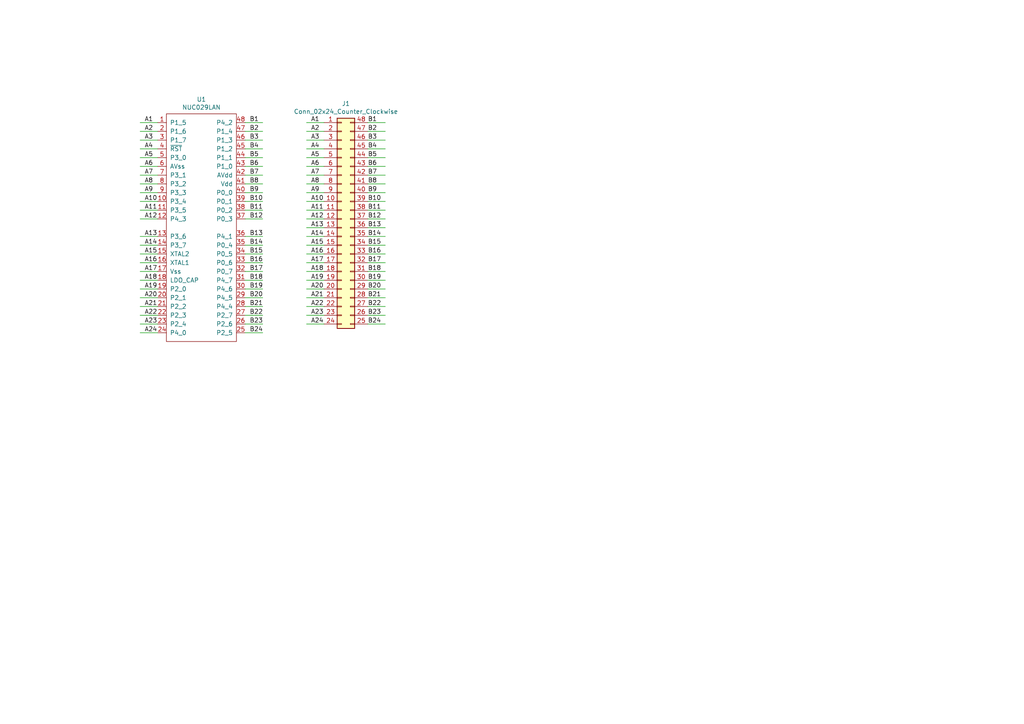
<source format=kicad_sch>
(kicad_sch (version 20211123) (generator eeschema)
  (paper "A4")
  (lib_symbols
    (symbol "Connector_Generic:Conn_02x24_Counter_Clockwise" (pin_names (offset 1.016) hide)
      (property "Reference" "J" (at 1.27 30.48 0))
      (property "Value" "Conn_02x24_Counter_Clockwise" (at 1.27 -33.02 0))
      (symbol "Conn_02x24_Counter_Clockwise_1_1"
        (rectangle (start -1.27 -30.353) (end 0 -30.607) (stroke (width 0.1524)))
        (rectangle (start -1.27 -27.813) (end 0 -28.067) (stroke (width 0.1524)))
        (rectangle (start -1.27 -25.273) (end 0 -25.527) (stroke (width 0.1524)))
        (rectangle (start -1.27 -22.733) (end 0 -22.987) (stroke (width 0.1524)))
        (rectangle (start -1.27 -20.193) (end 0 -20.447) (stroke (width 0.1524)))
        (rectangle (start -1.27 -17.653) (end 0 -17.907) (stroke (width 0.1524)))
        (rectangle (start -1.27 -15.113) (end 0 -15.367) (stroke (width 0.1524)))
        (rectangle (start -1.27 -12.573) (end 0 -12.827) (stroke (width 0.1524)))
        (rectangle (start -1.27 -10.033) (end 0 -10.287) (stroke (width 0.1524)))
        (rectangle (start -1.27 -7.493) (end 0 -7.747) (stroke (width 0.1524)))
        (rectangle (start -1.27 -4.953) (end 0 -5.207) (stroke (width 0.1524)))
        (rectangle (start -1.27 -2.413) (end 0 -2.667) (stroke (width 0.1524)))
        (rectangle (start -1.27 0.127) (end 0 -0.127) (stroke (width 0.1524)))
        (rectangle (start -1.27 2.667) (end 0 2.413) (stroke (width 0.1524)))
        (rectangle (start -1.27 5.207) (end 0 4.953) (stroke (width 0.1524)))
        (rectangle (start -1.27 7.747) (end 0 7.493) (stroke (width 0.1524)))
        (rectangle (start -1.27 10.287) (end 0 10.033) (stroke (width 0.1524)))
        (rectangle (start -1.27 12.827) (end 0 12.573) (stroke (width 0.1524)))
        (rectangle (start -1.27 15.367) (end 0 15.113) (stroke (width 0.1524)))
        (rectangle (start -1.27 17.907) (end 0 17.653) (stroke (width 0.1524)))
        (rectangle (start -1.27 20.447) (end 0 20.193) (stroke (width 0.1524)))
        (rectangle (start -1.27 22.987) (end 0 22.733) (stroke (width 0.1524)))
        (rectangle (start -1.27 25.527) (end 0 25.273) (stroke (width 0.1524)))
        (rectangle (start -1.27 28.067) (end 0 27.813) (stroke (width 0.1524)))
        (rectangle (start -1.27 29.21) (end 3.81 -31.75) (stroke (width 0.254)) (fill (type background)))
        (rectangle (start 3.81 -30.353) (end 2.54 -30.607) (stroke (width 0.1524)))
        (rectangle (start 3.81 -27.813) (end 2.54 -28.067) (stroke (width 0.1524)))
        (rectangle (start 3.81 -25.273) (end 2.54 -25.527) (stroke (width 0.1524)))
        (rectangle (start 3.81 -22.733) (end 2.54 -22.987) (stroke (width 0.1524)))
        (rectangle (start 3.81 -20.193) (end 2.54 -20.447) (stroke (width 0.1524)))
        (rectangle (start 3.81 -17.653) (end 2.54 -17.907) (stroke (width 0.1524)))
        (rectangle (start 3.81 -15.113) (end 2.54 -15.367) (stroke (width 0.1524)))
        (rectangle (start 3.81 -12.573) (end 2.54 -12.827) (stroke (width 0.1524)))
        (rectangle (start 3.81 -10.033) (end 2.54 -10.287) (stroke (width 0.1524)))
        (rectangle (start 3.81 -7.493) (end 2.54 -7.747) (stroke (width 0.1524)))
        (rectangle (start 3.81 -4.953) (end 2.54 -5.207) (stroke (width 0.1524)))
        (rectangle (start 3.81 -2.413) (end 2.54 -2.667) (stroke (width 0.1524)))
        (rectangle (start 3.81 0.127) (end 2.54 -0.127) (stroke (width 0.1524)))
        (rectangle (start 3.81 2.667) (end 2.54 2.413) (stroke (width 0.1524)))
        (rectangle (start 3.81 5.207) (end 2.54 4.953) (stroke (width 0.1524)))
        (rectangle (start 3.81 7.747) (end 2.54 7.493) (stroke (width 0.1524)))
        (rectangle (start 3.81 10.287) (end 2.54 10.033) (stroke (width 0.1524)))
        (rectangle (start 3.81 12.827) (end 2.54 12.573) (stroke (width 0.1524)))
        (rectangle (start 3.81 15.367) (end 2.54 15.113) (stroke (width 0.1524)))
        (rectangle (start 3.81 17.907) (end 2.54 17.653) (stroke (width 0.1524)))
        (rectangle (start 3.81 20.447) (end 2.54 20.193) (stroke (width 0.1524)))
        (rectangle (start 3.81 22.987) (end 2.54 22.733) (stroke (width 0.1524)))
        (rectangle (start 3.81 25.527) (end 2.54 25.273) (stroke (width 0.1524)))
        (rectangle (start 3.81 28.067) (end 2.54 27.813) (stroke (width 0.1524)))
        (pin passive line (at -5.08 27.94 0) (length 3.81) (name "Pin_1") (number "1"))
        (pin passive line (at -5.08 5.08 0) (length 3.81) (name "Pin_10") (number "10"))
        (pin passive line (at -5.08 2.54 0) (length 3.81) (name "Pin_11") (number "11"))
        (pin passive line (at -5.08 0 0) (length 3.81) (name "Pin_12") (number "12"))
        (pin passive line (at -5.08 -2.54 0) (length 3.81) (name "Pin_13") (number "13"))
        (pin passive line (at -5.08 -5.08 0) (length 3.81) (name "Pin_14") (number "14"))
        (pin passive line (at -5.08 -7.62 0) (length 3.81) (name "Pin_15") (number "15"))
        (pin passive line (at -5.08 -10.16 0) (length 3.81) (name "Pin_16") (number "16"))
        (pin passive line (at -5.08 -12.7 0) (length 3.81) (name "Pin_17") (number "17"))
        (pin passive line (at -5.08 -15.24 0) (length 3.81) (name "Pin_18") (number "18"))
        (pin passive line (at -5.08 -17.78 0) (length 3.81) (name "Pin_19") (number "19"))
        (pin passive line (at -5.08 25.4 0) (length 3.81) (name "Pin_2") (number "2"))
        (pin passive line (at -5.08 -20.32 0) (length 3.81) (name "Pin_20") (number "20"))
        (pin passive line (at -5.08 -22.86 0) (length 3.81) (name "Pin_21") (number "21"))
        (pin passive line (at -5.08 -25.4 0) (length 3.81) (name "Pin_22") (number "22"))
        (pin passive line (at -5.08 -27.94 0) (length 3.81) (name "Pin_23") (number "23"))
        (pin passive line (at -5.08 -30.48 0) (length 3.81) (name "Pin_24") (number "24"))
        (pin passive line (at 7.62 -30.48 180) (length 3.81) (name "Pin_25") (number "25"))
        (pin passive line (at 7.62 -27.94 180) (length 3.81) (name "Pin_26") (number "26"))
        (pin passive line (at 7.62 -25.4 180) (length 3.81) (name "Pin_27") (number "27"))
        (pin passive line (at 7.62 -22.86 180) (length 3.81) (name "Pin_28") (number "28"))
        (pin passive line (at 7.62 -20.32 180) (length 3.81) (name "Pin_29") (number "29"))
        (pin passive line (at -5.08 22.86 0) (length 3.81) (name "Pin_3") (number "3"))
        (pin passive line (at 7.62 -17.78 180) (length 3.81) (name "Pin_30") (number "30"))
        (pin passive line (at 7.62 -15.24 180) (length 3.81) (name "Pin_31") (number "31"))
        (pin passive line (at 7.62 -12.7 180) (length 3.81) (name "Pin_32") (number "32"))
        (pin passive line (at 7.62 -10.16 180) (length 3.81) (name "Pin_33") (number "33"))
        (pin passive line (at 7.62 -7.62 180) (length 3.81) (name "Pin_34") (number "34"))
        (pin passive line (at 7.62 -5.08 180) (length 3.81) (name "Pin_35") (number "35"))
        (pin passive line (at 7.62 -2.54 180) (length 3.81) (name "Pin_36") (number "36"))
        (pin passive line (at 7.62 0 180) (length 3.81) (name "Pin_37") (number "37"))
        (pin passive line (at 7.62 2.54 180) (length 3.81) (name "Pin_38") (number "38"))
        (pin passive line (at 7.62 5.08 180) (length 3.81) (name "Pin_39") (number "39"))
        (pin passive line (at -5.08 20.32 0) (length 3.81) (name "Pin_4") (number "4"))
        (pin passive line (at 7.62 7.62 180) (length 3.81) (name "Pin_40") (number "40"))
        (pin passive line (at 7.62 10.16 180) (length 3.81) (name "Pin_41") (number "41"))
        (pin passive line (at 7.62 12.7 180) (length 3.81) (name "Pin_42") (number "42"))
        (pin passive line (at 7.62 15.24 180) (length 3.81) (name "Pin_43") (number "43"))
        (pin passive line (at 7.62 17.78 180) (length 3.81) (name "Pin_44") (number "44"))
        (pin passive line (at 7.62 20.32 180) (length 3.81) (name "Pin_45") (number "45"))
        (pin passive line (at 7.62 22.86 180) (length 3.81) (name "Pin_46") (number "46"))
        (pin passive line (at 7.62 25.4 180) (length 3.81) (name "Pin_47") (number "47"))
        (pin passive line (at 7.62 27.94 180) (length 3.81) (name "Pin_48") (number "48"))
        (pin passive line (at -5.08 17.78 0) (length 3.81) (name "Pin_5") (number "5"))
        (pin passive line (at -5.08 15.24 0) (length 3.81) (name "Pin_6") (number "6"))
        (pin passive line (at -5.08 12.7 0) (length 3.81) (name "Pin_7") (number "7"))
        (pin passive line (at -5.08 10.16 0) (length 3.81) (name "Pin_8") (number "8"))
        (pin passive line (at -5.08 7.62 0) (length 3.81) (name "Pin_9") (number "9"))
      )
    )
    (symbol "LQFP48-Breakout-rescue:NUC029LAN-toyoshim" (pin_names (offset 1.016))
      (property "Reference" "U" (at 0 36.83 0))
      (property "Value" "NUC029LAN-toyoshim" (at 0 34.29 0))
      (symbol "NUC029LAN-toyoshim_0_1"
        (rectangle (start -10.16 31.75) (end 10.16 -34.29))
      )
      (symbol "NUC029LAN-toyoshim_1_1"
        (pin tri_state line (at -12.7 29.21 0) (length 2.54) (name "P1_5") (number "1"))
        (pin tri_state line (at -12.7 6.35 0) (length 2.54) (name "P3_4") (number "10"))
        (pin tri_state line (at -12.7 3.81 0) (length 2.54) (name "P3_5") (number "11"))
        (pin tri_state line (at -12.7 1.27 0) (length 2.54) (name "P4_3") (number "12"))
        (pin tri_state line (at -12.7 -3.81 0) (length 2.54) (name "P3_6") (number "13"))
        (pin tri_state line (at -12.7 -6.35 0) (length 2.54) (name "P3_7") (number "14"))
        (pin output line (at -12.7 -8.89 0) (length 2.54) (name "XTAL2") (number "15"))
        (pin input line (at -12.7 -11.43 0) (length 2.54) (name "XTAL1") (number "16"))
        (pin power_in line (at -12.7 -13.97 0) (length 2.54) (name "Vss") (number "17"))
        (pin power_out line (at -12.7 -16.51 0) (length 2.54) (name "LDO_CAP") (number "18"))
        (pin tri_state line (at -12.7 -19.05 0) (length 2.54) (name "P2_0") (number "19"))
        (pin tri_state line (at -12.7 26.67 0) (length 2.54) (name "P1_6") (number "2"))
        (pin tri_state line (at -12.7 -21.59 0) (length 2.54) (name "P2_1") (number "20"))
        (pin tri_state line (at -12.7 -24.13 0) (length 2.54) (name "P2_2") (number "21"))
        (pin tri_state line (at -12.7 -26.67 0) (length 2.54) (name "P2_3") (number "22"))
        (pin tri_state line (at -12.7 -29.21 0) (length 2.54) (name "P2_4") (number "23"))
        (pin tri_state line (at -12.7 -31.75 0) (length 2.54) (name "P4_0") (number "24"))
        (pin tri_state line (at 12.7 -31.75 180) (length 2.54) (name "P2_5") (number "25"))
        (pin tri_state line (at 12.7 -29.21 180) (length 2.54) (name "P2_6") (number "26"))
        (pin tri_state line (at 12.7 -26.67 180) (length 2.54) (name "P2_7") (number "27"))
        (pin tri_state line (at 12.7 -24.13 180) (length 2.54) (name "P4_4") (number "28"))
        (pin tri_state line (at 12.7 -21.59 180) (length 2.54) (name "P4_5") (number "29"))
        (pin tri_state line (at -12.7 24.13 0) (length 2.54) (name "P1_7") (number "3"))
        (pin tri_state line (at 12.7 -19.05 180) (length 2.54) (name "P4_6") (number "30"))
        (pin tri_state line (at 12.7 -16.51 180) (length 2.54) (name "P4_7") (number "31"))
        (pin tri_state line (at 12.7 -13.97 180) (length 2.54) (name "P0_7") (number "32"))
        (pin tri_state line (at 12.7 -11.43 180) (length 2.54) (name "P0_6") (number "33"))
        (pin tri_state line (at 12.7 -8.89 180) (length 2.54) (name "P0_5") (number "34"))
        (pin tri_state line (at 12.7 -6.35 180) (length 2.54) (name "P0_4") (number "35"))
        (pin tri_state line (at 12.7 -3.81 180) (length 2.54) (name "P4_1") (number "36"))
        (pin tri_state line (at 12.7 1.27 180) (length 2.54) (name "P0_3") (number "37"))
        (pin tri_state line (at 12.7 3.81 180) (length 2.54) (name "P0_2") (number "38"))
        (pin tri_state line (at 12.7 6.35 180) (length 2.54) (name "P0_1") (number "39"))
        (pin input line (at -12.7 21.59 0) (length 2.54) (name "~{RST}") (number "4"))
        (pin tri_state line (at 12.7 8.89 180) (length 2.54) (name "P0_0") (number "40"))
        (pin power_in line (at 12.7 11.43 180) (length 2.54) (name "Vdd") (number "41"))
        (pin power_in line (at 12.7 13.97 180) (length 2.54) (name "AVdd") (number "42"))
        (pin tri_state line (at 12.7 16.51 180) (length 2.54) (name "P1_0") (number "43"))
        (pin tri_state line (at 12.7 19.05 180) (length 2.54) (name "P1_1") (number "44"))
        (pin tri_state line (at 12.7 21.59 180) (length 2.54) (name "P1_2") (number "45"))
        (pin tri_state line (at 12.7 24.13 180) (length 2.54) (name "P1_3") (number "46"))
        (pin tri_state line (at 12.7 26.67 180) (length 2.54) (name "P1_4") (number "47"))
        (pin tri_state line (at 12.7 29.21 180) (length 2.54) (name "P4_2") (number "48"))
        (pin tri_state line (at -12.7 19.05 0) (length 2.54) (name "P3_0") (number "5"))
        (pin power_in line (at -12.7 16.51 0) (length 2.54) (name "AVss") (number "6"))
        (pin tri_state line (at -12.7 13.97 0) (length 2.54) (name "P3_1") (number "7"))
        (pin tri_state line (at -12.7 11.43 0) (length 2.54) (name "P3_2") (number "8"))
        (pin tri_state line (at -12.7 8.89 0) (length 2.54) (name "P3_3") (number "9"))
      )
    )
  )
  (wire (pts (xy 71.12 58.42) (xy 76.2 58.42)))
  (wire (pts (xy 106.68 93.98) (xy 111.76 93.98)))
  (wire (pts (xy 106.68 73.66) (xy 111.76 73.66)))
  (wire (pts (xy 106.68 43.18) (xy 111.76 43.18)))
  (wire (pts (xy 93.98 43.18) (xy 88.9 43.18)))
  (wire (pts (xy 45.72 78.74) (xy 40.64 78.74)))
  (wire (pts (xy 93.98 55.88) (xy 88.9 55.88)))
  (wire (pts (xy 45.72 53.34) (xy 40.64 53.34)))
  (wire (pts (xy 93.98 81.28) (xy 88.9 81.28)))
  (wire (pts (xy 45.72 50.8) (xy 40.64 50.8)))
  (wire (pts (xy 93.98 63.5) (xy 88.9 63.5)))
  (wire (pts (xy 106.68 40.64) (xy 111.76 40.64)))
  (wire (pts (xy 106.68 45.72) (xy 111.76 45.72)))
  (wire (pts (xy 106.68 68.58) (xy 111.76 68.58)))
  (wire (pts (xy 106.68 53.34) (xy 111.76 53.34)))
  (wire (pts (xy 71.12 96.52) (xy 76.2 96.52)))
  (wire (pts (xy 71.12 91.44) (xy 76.2 91.44)))
  (wire (pts (xy 71.12 45.72) (xy 76.2 45.72)))
  (wire (pts (xy 93.98 68.58) (xy 88.9 68.58)))
  (wire (pts (xy 106.68 76.2) (xy 111.76 76.2)))
  (wire (pts (xy 71.12 73.66) (xy 76.2 73.66)))
  (wire (pts (xy 45.72 35.56) (xy 40.64 35.56)))
  (wire (pts (xy 71.12 48.26) (xy 76.2 48.26)))
  (wire (pts (xy 45.72 73.66) (xy 40.64 73.66)))
  (wire (pts (xy 71.12 55.88) (xy 76.2 55.88)))
  (wire (pts (xy 93.98 58.42) (xy 88.9 58.42)))
  (wire (pts (xy 106.68 35.56) (xy 111.76 35.56)))
  (wire (pts (xy 45.72 71.12) (xy 40.64 71.12)))
  (wire (pts (xy 45.72 83.82) (xy 40.64 83.82)))
  (wire (pts (xy 71.12 78.74) (xy 76.2 78.74)))
  (wire (pts (xy 45.72 76.2) (xy 40.64 76.2)))
  (wire (pts (xy 71.12 83.82) (xy 76.2 83.82)))
  (wire (pts (xy 106.68 63.5) (xy 111.76 63.5)))
  (wire (pts (xy 71.12 35.56) (xy 76.2 35.56)))
  (wire (pts (xy 93.98 93.98) (xy 88.9 93.98)))
  (wire (pts (xy 106.68 83.82) (xy 111.76 83.82)))
  (wire (pts (xy 45.72 93.98) (xy 40.64 93.98)))
  (wire (pts (xy 93.98 50.8) (xy 88.9 50.8)))
  (wire (pts (xy 93.98 91.44) (xy 88.9 91.44)))
  (wire (pts (xy 71.12 50.8) (xy 76.2 50.8)))
  (wire (pts (xy 45.72 48.26) (xy 40.64 48.26)))
  (wire (pts (xy 45.72 68.58) (xy 40.64 68.58)))
  (wire (pts (xy 71.12 88.9) (xy 76.2 88.9)))
  (wire (pts (xy 71.12 71.12) (xy 76.2 71.12)))
  (wire (pts (xy 45.72 45.72) (xy 40.64 45.72)))
  (wire (pts (xy 45.72 43.18) (xy 40.64 43.18)))
  (wire (pts (xy 106.68 48.26) (xy 111.76 48.26)))
  (wire (pts (xy 71.12 38.1) (xy 76.2 38.1)))
  (wire (pts (xy 106.68 91.44) (xy 111.76 91.44)))
  (wire (pts (xy 106.68 81.28) (xy 111.76 81.28)))
  (wire (pts (xy 106.68 66.04) (xy 111.76 66.04)))
  (wire (pts (xy 45.72 88.9) (xy 40.64 88.9)))
  (wire (pts (xy 71.12 63.5) (xy 76.2 63.5)))
  (wire (pts (xy 93.98 71.12) (xy 88.9 71.12)))
  (wire (pts (xy 71.12 43.18) (xy 76.2 43.18)))
  (wire (pts (xy 93.98 38.1) (xy 88.9 38.1)))
  (wire (pts (xy 93.98 53.34) (xy 88.9 53.34)))
  (wire (pts (xy 45.72 60.96) (xy 40.64 60.96)))
  (wire (pts (xy 106.68 55.88) (xy 111.76 55.88)))
  (wire (pts (xy 93.98 66.04) (xy 88.9 66.04)))
  (wire (pts (xy 106.68 86.36) (xy 111.76 86.36)))
  (wire (pts (xy 93.98 76.2) (xy 88.9 76.2)))
  (wire (pts (xy 71.12 76.2) (xy 76.2 76.2)))
  (wire (pts (xy 93.98 48.26) (xy 88.9 48.26)))
  (wire (pts (xy 71.12 81.28) (xy 76.2 81.28)))
  (wire (pts (xy 106.68 60.96) (xy 111.76 60.96)))
  (wire (pts (xy 106.68 78.74) (xy 111.76 78.74)))
  (wire (pts (xy 71.12 68.58) (xy 76.2 68.58)))
  (wire (pts (xy 71.12 53.34) (xy 76.2 53.34)))
  (wire (pts (xy 45.72 81.28) (xy 40.64 81.28)))
  (wire (pts (xy 71.12 40.64) (xy 76.2 40.64)))
  (wire (pts (xy 93.98 78.74) (xy 88.9 78.74)))
  (wire (pts (xy 45.72 58.42) (xy 40.64 58.42)))
  (wire (pts (xy 93.98 73.66) (xy 88.9 73.66)))
  (wire (pts (xy 45.72 96.52) (xy 40.64 96.52)))
  (wire (pts (xy 71.12 60.96) (xy 76.2 60.96)))
  (wire (pts (xy 93.98 88.9) (xy 88.9 88.9)))
  (wire (pts (xy 106.68 58.42) (xy 111.76 58.42)))
  (wire (pts (xy 45.72 40.64) (xy 40.64 40.64)))
  (wire (pts (xy 106.68 88.9) (xy 111.76 88.9)))
  (wire (pts (xy 71.12 93.98) (xy 76.2 93.98)))
  (wire (pts (xy 93.98 83.82) (xy 88.9 83.82)))
  (wire (pts (xy 93.98 45.72) (xy 88.9 45.72)))
  (wire (pts (xy 45.72 38.1) (xy 40.64 38.1)))
  (wire (pts (xy 45.72 86.36) (xy 40.64 86.36)))
  (wire (pts (xy 45.72 91.44) (xy 40.64 91.44)))
  (wire (pts (xy 106.68 38.1) (xy 111.76 38.1)))
  (wire (pts (xy 71.12 86.36) (xy 76.2 86.36)))
  (wire (pts (xy 93.98 35.56) (xy 88.9 35.56)))
  (wire (pts (xy 93.98 86.36) (xy 88.9 86.36)))
  (wire (pts (xy 45.72 63.5) (xy 40.64 63.5)))
  (wire (pts (xy 93.98 60.96) (xy 88.9 60.96)))
  (wire (pts (xy 106.68 50.8) (xy 111.76 50.8)))
  (wire (pts (xy 45.72 55.88) (xy 40.64 55.88)))
  (wire (pts (xy 93.98 40.64) (xy 88.9 40.64)))
  (wire (pts (xy 106.68 71.12) (xy 111.76 71.12)))
  (label "B22" (at 106.68 88.9 0))
  (label "B8" (at 72.39 53.34 0))
  (label "B10" (at 72.39 58.42 0))
  (label "A20" (at 41.91 86.36 0))
  (label "A20" (at 90.17 83.82 0))
  (label "A2" (at 90.17 38.1 0))
  (label "A15" (at 90.17 71.12 0))
  (label "A13" (at 90.17 66.04 0))
  (label "B16" (at 72.39 76.2 0))
  (label "A2" (at 41.91 38.1 0))
  (label "B18" (at 72.39 81.28 0))
  (label "A12" (at 90.17 63.5 0))
  (label "A1" (at 41.91 35.56 0))
  (label "B23" (at 72.39 93.98 0))
  (label "A15" (at 41.91 73.66 0))
  (label "B15" (at 106.68 71.12 0))
  (label "B24" (at 106.68 93.98 0))
  (label "A11" (at 41.91 60.96 0))
  (label "B20" (at 106.68 83.82 0))
  (label "A3" (at 90.17 40.64 0))
  (label "A22" (at 41.91 91.44 0))
  (label "B2" (at 72.39 38.1 0))
  (label "B19" (at 106.68 81.28 0))
  (label "A9" (at 90.17 55.88 0))
  (label "B1" (at 72.39 35.56 0))
  (label "A17" (at 90.17 76.2 0))
  (label "B15" (at 72.39 73.66 0))
  (label "B7" (at 106.68 50.8 0))
  (label "A14" (at 41.91 71.12 0))
  (label "B24" (at 72.39 96.52 0))
  (label "B11" (at 106.68 60.96 0))
  (label "B2" (at 106.68 38.1 0))
  (label "B19" (at 72.39 83.82 0))
  (label "B8" (at 106.68 53.34 0))
  (label "B11" (at 72.39 60.96 0))
  (label "A7" (at 41.91 50.8 0))
  (label "A23" (at 41.91 93.98 0))
  (label "A23" (at 90.17 91.44 0))
  (label "A24" (at 90.17 93.98 0))
  (label "A4" (at 90.17 43.18 0))
  (label "B13" (at 106.68 66.04 0))
  (label "B3" (at 72.39 40.64 0))
  (label "A19" (at 41.91 83.82 0))
  (label "A24" (at 41.91 96.52 0))
  (label "A11" (at 90.17 60.96 0))
  (label "B13" (at 72.39 68.58 0))
  (label "A4" (at 41.91 43.18 0))
  (label "A8" (at 41.91 53.34 0))
  (label "A10" (at 90.17 58.42 0))
  (label "B12" (at 72.39 63.5 0))
  (label "A1" (at 90.17 35.56 0))
  (label "A6" (at 90.17 48.26 0))
  (label "B1" (at 106.68 35.56 0))
  (label "B17" (at 106.68 76.2 0))
  (label "B9" (at 72.39 55.88 0))
  (label "B21" (at 72.39 88.9 0))
  (label "A22" (at 90.17 88.9 0))
  (label "A5" (at 41.91 45.72 0))
  (label "B10" (at 106.68 58.42 0))
  (label "A17" (at 41.91 78.74 0))
  (label "B7" (at 72.39 50.8 0))
  (label "A8" (at 90.17 53.34 0))
  (label "A12" (at 41.91 63.5 0))
  (label "B21" (at 106.68 86.36 0))
  (label "B20" (at 72.39 86.36 0))
  (label "B16" (at 106.68 73.66 0))
  (label "A6" (at 41.91 48.26 0))
  (label "A16" (at 41.91 76.2 0))
  (label "B17" (at 72.39 78.74 0))
  (label "B9" (at 106.68 55.88 0))
  (label "B22" (at 72.39 91.44 0))
  (label "B14" (at 106.68 68.58 0))
  (label "A16" (at 90.17 73.66 0))
  (label "B12" (at 106.68 63.5 0))
  (label "B3" (at 106.68 40.64 0))
  (label "A18" (at 41.91 81.28 0))
  (label "A14" (at 90.17 68.58 0))
  (label "A19" (at 90.17 81.28 0))
  (label "B6" (at 106.68 48.26 0))
  (label "B23" (at 106.68 91.44 0))
  (label "A13" (at 41.91 68.58 0))
  (label "A9" (at 41.91 55.88 0))
  (label "B18" (at 106.68 78.74 0))
  (label "A21" (at 41.91 88.9 0))
  (label "B5" (at 106.68 45.72 0))
  (label "A18" (at 90.17 78.74 0))
  (label "A5" (at 90.17 45.72 0))
  (label "B14" (at 72.39 71.12 0))
  (label "B5" (at 72.39 45.72 0))
  (label "B6" (at 72.39 48.26 0))
  (label "A3" (at 41.91 40.64 0))
  (label "A10" (at 41.91 58.42 0))
  (label "B4" (at 72.39 43.18 0))
  (label "A21" (at 90.17 86.36 0))
  (label "B4" (at 106.68 43.18 0))
  (label "A7" (at 90.17 50.8 0))
  (symbol (lib_id "LQFP48-Breakout-rescue:NUC029LAN-toyoshim") (at 58.42 64.77 0) (unit 1)
    (property "Reference" "U1" (at 58.42 28.829 0))
    (property "Value" "NUC029LAN" (at 58.42 31.1404 0))
    (property "Footprint" "Package_QFP:LQFP-48_7x7mm_P0.5mm" (effects hide))
  )
  (symbol (lib_id "Connector_Generic:Conn_02x24_Counter_Clockwise") (at 99.06 63.5 0) (unit 1)
    (property "Reference" "J1" (at 100.33 30.0482 0))
    (property "Value" "Conn_02x24_Counter_Clockwise" (at 100.33 32.3596 0))
    (property "Footprint" "Package_DIP:DIP-48_W15.24mm" (effects hide))
  )
)
</source>
